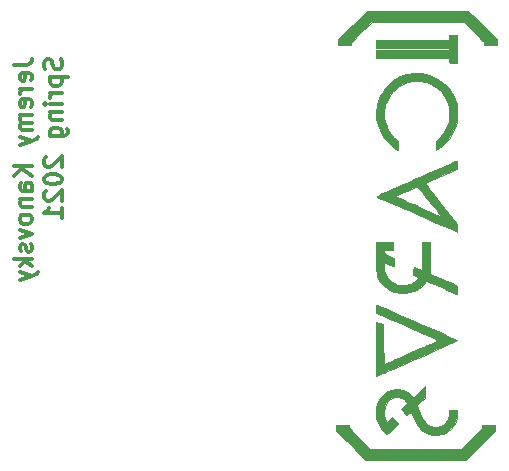
<source format=gbr>
G04 #@! TF.GenerationSoftware,KiCad,Pcbnew,5.1.6-c6e7f7d~87~ubuntu19.10.1*
G04 #@! TF.CreationDate,2021-03-17T15:36:07-04:00*
G04 #@! TF.ProjectId,icarus,69636172-7573-42e6-9b69-6361645f7063,V1.0*
G04 #@! TF.SameCoordinates,Original*
G04 #@! TF.FileFunction,Legend,Bot*
G04 #@! TF.FilePolarity,Positive*
%FSLAX46Y46*%
G04 Gerber Fmt 4.6, Leading zero omitted, Abs format (unit mm)*
G04 Created by KiCad (PCBNEW 5.1.6-c6e7f7d~87~ubuntu19.10.1) date 2021-03-17 15:36:07*
%MOMM*%
%LPD*%
G01*
G04 APERTURE LIST*
%ADD10C,0.300000*%
%ADD11C,0.010000*%
G04 APERTURE END LIST*
D10*
X113913571Y-87450714D02*
X114985000Y-87450714D01*
X115199285Y-87379285D01*
X115342142Y-87236428D01*
X115413571Y-87022142D01*
X115413571Y-86879285D01*
X115342142Y-88736428D02*
X115413571Y-88593571D01*
X115413571Y-88307857D01*
X115342142Y-88165000D01*
X115199285Y-88093571D01*
X114627857Y-88093571D01*
X114485000Y-88165000D01*
X114413571Y-88307857D01*
X114413571Y-88593571D01*
X114485000Y-88736428D01*
X114627857Y-88807857D01*
X114770714Y-88807857D01*
X114913571Y-88093571D01*
X115413571Y-89450714D02*
X114413571Y-89450714D01*
X114699285Y-89450714D02*
X114556428Y-89522142D01*
X114485000Y-89593571D01*
X114413571Y-89736428D01*
X114413571Y-89879285D01*
X115342142Y-90950714D02*
X115413571Y-90807857D01*
X115413571Y-90522142D01*
X115342142Y-90379285D01*
X115199285Y-90307857D01*
X114627857Y-90307857D01*
X114485000Y-90379285D01*
X114413571Y-90522142D01*
X114413571Y-90807857D01*
X114485000Y-90950714D01*
X114627857Y-91022142D01*
X114770714Y-91022142D01*
X114913571Y-90307857D01*
X115413571Y-91665000D02*
X114413571Y-91665000D01*
X114556428Y-91665000D02*
X114485000Y-91736428D01*
X114413571Y-91879285D01*
X114413571Y-92093571D01*
X114485000Y-92236428D01*
X114627857Y-92307857D01*
X115413571Y-92307857D01*
X114627857Y-92307857D02*
X114485000Y-92379285D01*
X114413571Y-92522142D01*
X114413571Y-92736428D01*
X114485000Y-92879285D01*
X114627857Y-92950714D01*
X115413571Y-92950714D01*
X114413571Y-93522142D02*
X115413571Y-93879285D01*
X114413571Y-94236428D02*
X115413571Y-93879285D01*
X115770714Y-93736428D01*
X115842142Y-93665000D01*
X115913571Y-93522142D01*
X115413571Y-95950714D02*
X113913571Y-95950714D01*
X115413571Y-96807857D02*
X114556428Y-96165000D01*
X113913571Y-96807857D02*
X114770714Y-95950714D01*
X115413571Y-98093571D02*
X114627857Y-98093571D01*
X114485000Y-98022142D01*
X114413571Y-97879285D01*
X114413571Y-97593571D01*
X114485000Y-97450714D01*
X115342142Y-98093571D02*
X115413571Y-97950714D01*
X115413571Y-97593571D01*
X115342142Y-97450714D01*
X115199285Y-97379285D01*
X115056428Y-97379285D01*
X114913571Y-97450714D01*
X114842142Y-97593571D01*
X114842142Y-97950714D01*
X114770714Y-98093571D01*
X114413571Y-98807857D02*
X115413571Y-98807857D01*
X114556428Y-98807857D02*
X114485000Y-98879285D01*
X114413571Y-99022142D01*
X114413571Y-99236428D01*
X114485000Y-99379285D01*
X114627857Y-99450714D01*
X115413571Y-99450714D01*
X115413571Y-100379285D02*
X115342142Y-100236428D01*
X115270714Y-100165000D01*
X115127857Y-100093571D01*
X114699285Y-100093571D01*
X114556428Y-100165000D01*
X114485000Y-100236428D01*
X114413571Y-100379285D01*
X114413571Y-100593571D01*
X114485000Y-100736428D01*
X114556428Y-100807857D01*
X114699285Y-100879285D01*
X115127857Y-100879285D01*
X115270714Y-100807857D01*
X115342142Y-100736428D01*
X115413571Y-100593571D01*
X115413571Y-100379285D01*
X114413571Y-101379285D02*
X115413571Y-101736428D01*
X114413571Y-102093571D01*
X115342142Y-102593571D02*
X115413571Y-102736428D01*
X115413571Y-103022142D01*
X115342142Y-103165000D01*
X115199285Y-103236428D01*
X115127857Y-103236428D01*
X114985000Y-103165000D01*
X114913571Y-103022142D01*
X114913571Y-102807857D01*
X114842142Y-102665000D01*
X114699285Y-102593571D01*
X114627857Y-102593571D01*
X114485000Y-102665000D01*
X114413571Y-102807857D01*
X114413571Y-103022142D01*
X114485000Y-103165000D01*
X115413571Y-103879285D02*
X113913571Y-103879285D01*
X114842142Y-104022142D02*
X115413571Y-104450714D01*
X114413571Y-104450714D02*
X114985000Y-103879285D01*
X114413571Y-104950714D02*
X115413571Y-105307857D01*
X114413571Y-105665000D02*
X115413571Y-105307857D01*
X115770714Y-105165000D01*
X115842142Y-105093571D01*
X115913571Y-104950714D01*
X117892142Y-86950714D02*
X117963571Y-87165000D01*
X117963571Y-87522142D01*
X117892142Y-87665000D01*
X117820714Y-87736428D01*
X117677857Y-87807857D01*
X117535000Y-87807857D01*
X117392142Y-87736428D01*
X117320714Y-87665000D01*
X117249285Y-87522142D01*
X117177857Y-87236428D01*
X117106428Y-87093571D01*
X117035000Y-87022142D01*
X116892142Y-86950714D01*
X116749285Y-86950714D01*
X116606428Y-87022142D01*
X116535000Y-87093571D01*
X116463571Y-87236428D01*
X116463571Y-87593571D01*
X116535000Y-87807857D01*
X116963571Y-88450714D02*
X118463571Y-88450714D01*
X117035000Y-88450714D02*
X116963571Y-88593571D01*
X116963571Y-88879285D01*
X117035000Y-89022142D01*
X117106428Y-89093571D01*
X117249285Y-89165000D01*
X117677857Y-89165000D01*
X117820714Y-89093571D01*
X117892142Y-89022142D01*
X117963571Y-88879285D01*
X117963571Y-88593571D01*
X117892142Y-88450714D01*
X117963571Y-89807857D02*
X116963571Y-89807857D01*
X117249285Y-89807857D02*
X117106428Y-89879285D01*
X117035000Y-89950714D01*
X116963571Y-90093571D01*
X116963571Y-90236428D01*
X117963571Y-90736428D02*
X116963571Y-90736428D01*
X116463571Y-90736428D02*
X116535000Y-90665000D01*
X116606428Y-90736428D01*
X116535000Y-90807857D01*
X116463571Y-90736428D01*
X116606428Y-90736428D01*
X116963571Y-91450714D02*
X117963571Y-91450714D01*
X117106428Y-91450714D02*
X117035000Y-91522142D01*
X116963571Y-91665000D01*
X116963571Y-91879285D01*
X117035000Y-92022142D01*
X117177857Y-92093571D01*
X117963571Y-92093571D01*
X116963571Y-93450714D02*
X118177857Y-93450714D01*
X118320714Y-93379285D01*
X118392142Y-93307857D01*
X118463571Y-93165000D01*
X118463571Y-92950714D01*
X118392142Y-92807857D01*
X117892142Y-93450714D02*
X117963571Y-93307857D01*
X117963571Y-93022142D01*
X117892142Y-92879285D01*
X117820714Y-92807857D01*
X117677857Y-92736428D01*
X117249285Y-92736428D01*
X117106428Y-92807857D01*
X117035000Y-92879285D01*
X116963571Y-93022142D01*
X116963571Y-93307857D01*
X117035000Y-93450714D01*
X116606428Y-95236428D02*
X116535000Y-95307857D01*
X116463571Y-95450714D01*
X116463571Y-95807857D01*
X116535000Y-95950714D01*
X116606428Y-96022142D01*
X116749285Y-96093571D01*
X116892142Y-96093571D01*
X117106428Y-96022142D01*
X117963571Y-95165000D01*
X117963571Y-96093571D01*
X116463571Y-97022142D02*
X116463571Y-97165000D01*
X116535000Y-97307857D01*
X116606428Y-97379285D01*
X116749285Y-97450714D01*
X117035000Y-97522142D01*
X117392142Y-97522142D01*
X117677857Y-97450714D01*
X117820714Y-97379285D01*
X117892142Y-97307857D01*
X117963571Y-97165000D01*
X117963571Y-97022142D01*
X117892142Y-96879285D01*
X117820714Y-96807857D01*
X117677857Y-96736428D01*
X117392142Y-96665000D01*
X117035000Y-96665000D01*
X116749285Y-96736428D01*
X116606428Y-96807857D01*
X116535000Y-96879285D01*
X116463571Y-97022142D01*
X116606428Y-98093571D02*
X116535000Y-98165000D01*
X116463571Y-98307857D01*
X116463571Y-98665000D01*
X116535000Y-98807857D01*
X116606428Y-98879285D01*
X116749285Y-98950714D01*
X116892142Y-98950714D01*
X117106428Y-98879285D01*
X117963571Y-98022142D01*
X117963571Y-98950714D01*
X117963571Y-100379285D02*
X117963571Y-99522142D01*
X117963571Y-99950714D02*
X116463571Y-99950714D01*
X116677857Y-99807857D01*
X116820714Y-99665000D01*
X116892142Y-99522142D01*
D11*
G04 #@! TO.C,G\u002A\u002A\u002A*
G36*
X144593526Y-117204088D02*
G01*
X144673933Y-117546004D01*
X144802287Y-117863167D01*
X144879369Y-118002551D01*
X144983759Y-118160850D01*
X145102846Y-118322364D01*
X145224017Y-118471393D01*
X145334661Y-118592235D01*
X145422166Y-118669192D01*
X145465410Y-118688667D01*
X145508782Y-118661506D01*
X145599163Y-118588185D01*
X145723205Y-118480950D01*
X145867558Y-118352047D01*
X146018873Y-118213719D01*
X146163798Y-118078213D01*
X146288986Y-117957773D01*
X146381085Y-117864645D01*
X146426747Y-117811073D01*
X146429388Y-117804452D01*
X146401919Y-117763133D01*
X146330658Y-117676338D01*
X146229394Y-117560664D01*
X146197356Y-117525156D01*
X145967267Y-117271812D01*
X145737768Y-117498460D01*
X145622849Y-117602991D01*
X145527025Y-117673909D01*
X145468043Y-117698438D01*
X145462367Y-117696739D01*
X145428333Y-117644663D01*
X145381389Y-117533835D01*
X145331099Y-117387134D01*
X145326003Y-117370546D01*
X145257457Y-117032161D01*
X145253510Y-116697785D01*
X145311040Y-116382254D01*
X145426923Y-116100406D01*
X145598038Y-115867078D01*
X145653640Y-115814026D01*
X145887226Y-115659567D01*
X146144946Y-115576040D01*
X146411162Y-115562018D01*
X146670237Y-115616075D01*
X146906533Y-115736784D01*
X147104414Y-115922719D01*
X147123953Y-115948155D01*
X147210718Y-116065144D01*
X146962637Y-116315840D01*
X146714556Y-116566537D01*
X146937827Y-116824262D01*
X147052255Y-116954626D01*
X147131547Y-117025284D01*
X147198154Y-117038592D01*
X147274525Y-116996909D01*
X147383113Y-116902593D01*
X147414332Y-116874312D01*
X147491227Y-116809276D01*
X147529881Y-116799047D01*
X147553216Y-116839887D01*
X147557099Y-116851028D01*
X147748600Y-117334058D01*
X147970650Y-117754871D01*
X148218857Y-118105942D01*
X148407579Y-118307825D01*
X148705252Y-118531430D01*
X149038787Y-118683035D01*
X149397478Y-118761350D01*
X149770620Y-118765085D01*
X150147508Y-118692952D01*
X150488322Y-118558487D01*
X150706664Y-118419854D01*
X150924849Y-118230812D01*
X151116182Y-118017549D01*
X151252838Y-117808477D01*
X151345339Y-117577320D01*
X151417394Y-117300819D01*
X151460273Y-117017485D01*
X151468374Y-116857750D01*
X151469000Y-116614334D01*
X150791666Y-116614334D01*
X150791666Y-116833806D01*
X150759883Y-117148695D01*
X150669570Y-117440010D01*
X150528285Y-117685327D01*
X150488226Y-117734193D01*
X150279390Y-117911047D01*
X150028011Y-118028526D01*
X149751678Y-118086274D01*
X149467979Y-118083940D01*
X149194502Y-118021169D01*
X148948835Y-117897608D01*
X148796571Y-117768189D01*
X148690169Y-117645755D01*
X148596244Y-117512524D01*
X148506321Y-117352732D01*
X148411929Y-117150615D01*
X148304597Y-116890407D01*
X148250697Y-116752438D01*
X148050666Y-116234376D01*
X148384000Y-115915912D01*
X148717333Y-115597447D01*
X148717333Y-114604824D01*
X148219916Y-115098677D01*
X147722500Y-115592530D01*
X147504979Y-115367910D01*
X147349711Y-115228516D01*
X147170946Y-115098522D01*
X147039312Y-115022347D01*
X146916993Y-114966661D01*
X146809011Y-114931126D01*
X146689850Y-114911258D01*
X146533993Y-114902572D01*
X146346666Y-114900619D01*
X146139590Y-114902222D01*
X145990903Y-114911088D01*
X145874366Y-114932004D01*
X145763737Y-114969757D01*
X145632775Y-115029134D01*
X145627000Y-115031903D01*
X145313906Y-115227777D01*
X145047071Y-115487390D01*
X144832955Y-115799753D01*
X144678013Y-116153876D01*
X144588706Y-116538770D01*
X144568666Y-116832811D01*
X144593526Y-117204088D01*
G37*
X144593526Y-117204088D02*
X144673933Y-117546004D01*
X144802287Y-117863167D01*
X144879369Y-118002551D01*
X144983759Y-118160850D01*
X145102846Y-118322364D01*
X145224017Y-118471393D01*
X145334661Y-118592235D01*
X145422166Y-118669192D01*
X145465410Y-118688667D01*
X145508782Y-118661506D01*
X145599163Y-118588185D01*
X145723205Y-118480950D01*
X145867558Y-118352047D01*
X146018873Y-118213719D01*
X146163798Y-118078213D01*
X146288986Y-117957773D01*
X146381085Y-117864645D01*
X146426747Y-117811073D01*
X146429388Y-117804452D01*
X146401919Y-117763133D01*
X146330658Y-117676338D01*
X146229394Y-117560664D01*
X146197356Y-117525156D01*
X145967267Y-117271812D01*
X145737768Y-117498460D01*
X145622849Y-117602991D01*
X145527025Y-117673909D01*
X145468043Y-117698438D01*
X145462367Y-117696739D01*
X145428333Y-117644663D01*
X145381389Y-117533835D01*
X145331099Y-117387134D01*
X145326003Y-117370546D01*
X145257457Y-117032161D01*
X145253510Y-116697785D01*
X145311040Y-116382254D01*
X145426923Y-116100406D01*
X145598038Y-115867078D01*
X145653640Y-115814026D01*
X145887226Y-115659567D01*
X146144946Y-115576040D01*
X146411162Y-115562018D01*
X146670237Y-115616075D01*
X146906533Y-115736784D01*
X147104414Y-115922719D01*
X147123953Y-115948155D01*
X147210718Y-116065144D01*
X146962637Y-116315840D01*
X146714556Y-116566537D01*
X146937827Y-116824262D01*
X147052255Y-116954626D01*
X147131547Y-117025284D01*
X147198154Y-117038592D01*
X147274525Y-116996909D01*
X147383113Y-116902593D01*
X147414332Y-116874312D01*
X147491227Y-116809276D01*
X147529881Y-116799047D01*
X147553216Y-116839887D01*
X147557099Y-116851028D01*
X147748600Y-117334058D01*
X147970650Y-117754871D01*
X148218857Y-118105942D01*
X148407579Y-118307825D01*
X148705252Y-118531430D01*
X149038787Y-118683035D01*
X149397478Y-118761350D01*
X149770620Y-118765085D01*
X150147508Y-118692952D01*
X150488322Y-118558487D01*
X150706664Y-118419854D01*
X150924849Y-118230812D01*
X151116182Y-118017549D01*
X151252838Y-117808477D01*
X151345339Y-117577320D01*
X151417394Y-117300819D01*
X151460273Y-117017485D01*
X151468374Y-116857750D01*
X151469000Y-116614334D01*
X150791666Y-116614334D01*
X150791666Y-116833806D01*
X150759883Y-117148695D01*
X150669570Y-117440010D01*
X150528285Y-117685327D01*
X150488226Y-117734193D01*
X150279390Y-117911047D01*
X150028011Y-118028526D01*
X149751678Y-118086274D01*
X149467979Y-118083940D01*
X149194502Y-118021169D01*
X148948835Y-117897608D01*
X148796571Y-117768189D01*
X148690169Y-117645755D01*
X148596244Y-117512524D01*
X148506321Y-117352732D01*
X148411929Y-117150615D01*
X148304597Y-116890407D01*
X148250697Y-116752438D01*
X148050666Y-116234376D01*
X148384000Y-115915912D01*
X148717333Y-115597447D01*
X148717333Y-114604824D01*
X148219916Y-115098677D01*
X147722500Y-115592530D01*
X147504979Y-115367910D01*
X147349711Y-115228516D01*
X147170946Y-115098522D01*
X147039312Y-115022347D01*
X146916993Y-114966661D01*
X146809011Y-114931126D01*
X146689850Y-114911258D01*
X146533993Y-114902572D01*
X146346666Y-114900619D01*
X146139590Y-114902222D01*
X145990903Y-114911088D01*
X145874366Y-114932004D01*
X145763737Y-114969757D01*
X145632775Y-115029134D01*
X145627000Y-115031903D01*
X145313906Y-115227777D01*
X145047071Y-115487390D01*
X144832955Y-115799753D01*
X144678013Y-116153876D01*
X144588706Y-116538770D01*
X144568666Y-116832811D01*
X144593526Y-117204088D01*
G36*
X145087250Y-113544083D02*
G01*
X145211093Y-113489713D01*
X145405012Y-113404581D01*
X145661557Y-113291955D01*
X145973278Y-113155108D01*
X146332725Y-112997308D01*
X146732449Y-112821826D01*
X147165000Y-112631934D01*
X147622929Y-112430900D01*
X148098786Y-112221997D01*
X148542282Y-112027300D01*
X149105070Y-111779892D01*
X149594404Y-111563971D01*
X150014594Y-111377529D01*
X150369947Y-111218563D01*
X150664770Y-111085065D01*
X150903371Y-110975032D01*
X151090059Y-110886455D01*
X151229141Y-110817331D01*
X151324925Y-110765653D01*
X151381718Y-110729416D01*
X151403829Y-110706614D01*
X151399782Y-110696871D01*
X151344622Y-110671283D01*
X151220002Y-110615509D01*
X151032721Y-110532516D01*
X150789573Y-110425273D01*
X150497358Y-110296747D01*
X150162870Y-110149904D01*
X149792909Y-109987714D01*
X149394269Y-109813142D01*
X148973749Y-109629156D01*
X148538145Y-109438725D01*
X148094255Y-109244815D01*
X147648874Y-109050393D01*
X147208801Y-108858428D01*
X146780832Y-108671887D01*
X146371763Y-108493737D01*
X145988393Y-108326946D01*
X145637518Y-108174480D01*
X145325934Y-108039309D01*
X145060440Y-107924398D01*
X144847831Y-107832716D01*
X144694905Y-107767230D01*
X144608459Y-107730907D01*
X144591199Y-107724334D01*
X144580625Y-107763300D01*
X144575283Y-107866969D01*
X144575962Y-108015491D01*
X144577537Y-108068080D01*
X144589833Y-108411827D01*
X145394166Y-108769653D01*
X145610917Y-108865871D01*
X145891828Y-108990247D01*
X146223542Y-109136884D01*
X146592703Y-109299886D01*
X146985954Y-109473355D01*
X147389938Y-109651396D01*
X147791299Y-109828112D01*
X147934166Y-109890970D01*
X148369252Y-110082305D01*
X148732996Y-110242328D01*
X149031484Y-110373978D01*
X149270804Y-110480195D01*
X149457043Y-110563918D01*
X149596286Y-110628087D01*
X149694621Y-110675641D01*
X149758136Y-110709519D01*
X149792916Y-110732662D01*
X149805048Y-110748009D01*
X149800620Y-110758498D01*
X149785718Y-110767071D01*
X149767240Y-110776207D01*
X149720822Y-110797562D01*
X149605260Y-110849054D01*
X149429020Y-110926979D01*
X149200566Y-111027633D01*
X148928364Y-111147311D01*
X148620878Y-111282308D01*
X148286575Y-111428920D01*
X147933919Y-111583442D01*
X147571376Y-111742170D01*
X147207410Y-111901399D01*
X146850487Y-112057424D01*
X146509072Y-112206541D01*
X146191629Y-112345046D01*
X145906625Y-112469232D01*
X145662524Y-112575397D01*
X145467792Y-112659836D01*
X145330894Y-112718843D01*
X145260294Y-112748714D01*
X145256583Y-112750203D01*
X145242869Y-112739266D01*
X145231588Y-112690403D01*
X145222538Y-112597265D01*
X145215519Y-112453504D01*
X145210329Y-112252773D01*
X145206768Y-111988722D01*
X145204635Y-111655003D01*
X145203730Y-111245269D01*
X145203666Y-111077021D01*
X145203666Y-109382984D01*
X144568666Y-109169484D01*
X144568666Y-113771751D01*
X145087250Y-113544083D01*
G37*
X145087250Y-113544083D02*
X145211093Y-113489713D01*
X145405012Y-113404581D01*
X145661557Y-113291955D01*
X145973278Y-113155108D01*
X146332725Y-112997308D01*
X146732449Y-112821826D01*
X147165000Y-112631934D01*
X147622929Y-112430900D01*
X148098786Y-112221997D01*
X148542282Y-112027300D01*
X149105070Y-111779892D01*
X149594404Y-111563971D01*
X150014594Y-111377529D01*
X150369947Y-111218563D01*
X150664770Y-111085065D01*
X150903371Y-110975032D01*
X151090059Y-110886455D01*
X151229141Y-110817331D01*
X151324925Y-110765653D01*
X151381718Y-110729416D01*
X151403829Y-110706614D01*
X151399782Y-110696871D01*
X151344622Y-110671283D01*
X151220002Y-110615509D01*
X151032721Y-110532516D01*
X150789573Y-110425273D01*
X150497358Y-110296747D01*
X150162870Y-110149904D01*
X149792909Y-109987714D01*
X149394269Y-109813142D01*
X148973749Y-109629156D01*
X148538145Y-109438725D01*
X148094255Y-109244815D01*
X147648874Y-109050393D01*
X147208801Y-108858428D01*
X146780832Y-108671887D01*
X146371763Y-108493737D01*
X145988393Y-108326946D01*
X145637518Y-108174480D01*
X145325934Y-108039309D01*
X145060440Y-107924398D01*
X144847831Y-107832716D01*
X144694905Y-107767230D01*
X144608459Y-107730907D01*
X144591199Y-107724334D01*
X144580625Y-107763300D01*
X144575283Y-107866969D01*
X144575962Y-108015491D01*
X144577537Y-108068080D01*
X144589833Y-108411827D01*
X145394166Y-108769653D01*
X145610917Y-108865871D01*
X145891828Y-108990247D01*
X146223542Y-109136884D01*
X146592703Y-109299886D01*
X146985954Y-109473355D01*
X147389938Y-109651396D01*
X147791299Y-109828112D01*
X147934166Y-109890970D01*
X148369252Y-110082305D01*
X148732996Y-110242328D01*
X149031484Y-110373978D01*
X149270804Y-110480195D01*
X149457043Y-110563918D01*
X149596286Y-110628087D01*
X149694621Y-110675641D01*
X149758136Y-110709519D01*
X149792916Y-110732662D01*
X149805048Y-110748009D01*
X149800620Y-110758498D01*
X149785718Y-110767071D01*
X149767240Y-110776207D01*
X149720822Y-110797562D01*
X149605260Y-110849054D01*
X149429020Y-110926979D01*
X149200566Y-111027633D01*
X148928364Y-111147311D01*
X148620878Y-111282308D01*
X148286575Y-111428920D01*
X147933919Y-111583442D01*
X147571376Y-111742170D01*
X147207410Y-111901399D01*
X146850487Y-112057424D01*
X146509072Y-112206541D01*
X146191629Y-112345046D01*
X145906625Y-112469232D01*
X145662524Y-112575397D01*
X145467792Y-112659836D01*
X145330894Y-112718843D01*
X145260294Y-112748714D01*
X145256583Y-112750203D01*
X145242869Y-112739266D01*
X145231588Y-112690403D01*
X145222538Y-112597265D01*
X145215519Y-112453504D01*
X145210329Y-112252773D01*
X145206768Y-111988722D01*
X145204635Y-111655003D01*
X145203730Y-111245269D01*
X145203666Y-111077021D01*
X145203666Y-109382984D01*
X144568666Y-109169484D01*
X144568666Y-113771751D01*
X145087250Y-113544083D01*
G36*
X144569292Y-103628584D02*
G01*
X144572117Y-104082961D01*
X144581827Y-104463359D01*
X144601056Y-104780356D01*
X144632433Y-105044531D01*
X144678592Y-105266465D01*
X144742163Y-105456737D01*
X144825779Y-105625926D01*
X144932071Y-105784612D01*
X145063670Y-105943374D01*
X145174835Y-106062904D01*
X145482574Y-106326343D01*
X145829539Y-106524737D01*
X146204754Y-106658933D01*
X146597242Y-106729774D01*
X146996026Y-106738107D01*
X147390129Y-106684776D01*
X147768574Y-106570626D01*
X148120385Y-106396503D01*
X148434585Y-106163252D01*
X148700196Y-105871718D01*
X148759666Y-105786894D01*
X148823166Y-105690954D01*
X150127101Y-106263144D01*
X150437220Y-106398990D01*
X150722078Y-106523313D01*
X150972560Y-106632170D01*
X151179551Y-106721616D01*
X151333933Y-106787711D01*
X151426593Y-106826511D01*
X151450018Y-106835334D01*
X151458585Y-106796238D01*
X151465141Y-106691890D01*
X151468667Y-106541700D01*
X151469000Y-106474431D01*
X151469000Y-106113529D01*
X151162083Y-105975320D01*
X151029965Y-105916477D01*
X150836986Y-105831395D01*
X150599991Y-105727459D01*
X150335825Y-105612051D01*
X150061332Y-105492554D01*
X149987333Y-105460416D01*
X149119500Y-105083722D01*
X149134126Y-103758194D01*
X149148753Y-102432667D01*
X148463333Y-102432667D01*
X148463333Y-103596834D01*
X148462042Y-103900879D01*
X148458400Y-104175303D01*
X148452751Y-104409298D01*
X148445438Y-104592056D01*
X148436806Y-104712771D01*
X148427199Y-104760635D01*
X148426267Y-104761000D01*
X148370043Y-104745064D01*
X148262868Y-104703832D01*
X148161684Y-104660900D01*
X147975828Y-104579077D01*
X147855037Y-104534219D01*
X147785369Y-104532859D01*
X147752879Y-104581528D01*
X147743626Y-104686759D01*
X147743666Y-104855085D01*
X147743666Y-105212194D01*
X147955333Y-105311334D01*
X148071712Y-105371012D01*
X148148592Y-105420346D01*
X148167000Y-105441647D01*
X148133532Y-105500004D01*
X148045283Y-105587316D01*
X147920480Y-105689668D01*
X147777351Y-105793145D01*
X147634125Y-105883830D01*
X147509030Y-105947808D01*
X147498202Y-105952208D01*
X147351271Y-106001532D01*
X147198162Y-106031458D01*
X147010312Y-106046176D01*
X146833500Y-106049734D01*
X146630639Y-106048627D01*
X146484634Y-106039134D01*
X146367736Y-106016142D01*
X146252197Y-105974539D01*
X146135000Y-105921043D01*
X145824317Y-105732275D01*
X145573661Y-105493555D01*
X145391825Y-105213399D01*
X145381187Y-105190911D01*
X145323372Y-105047368D01*
X145286261Y-104901001D01*
X145264132Y-104722588D01*
X145253414Y-104538133D01*
X145236103Y-104124767D01*
X145431551Y-104210050D01*
X145598810Y-104283036D01*
X145775750Y-104360249D01*
X145821009Y-104380000D01*
X145940767Y-104429102D01*
X146029233Y-104459656D01*
X146053842Y-104464667D01*
X146071500Y-104425608D01*
X146084957Y-104321479D01*
X146092071Y-104171851D01*
X146092666Y-104109975D01*
X146092666Y-103755282D01*
X145670285Y-103570225D01*
X145484736Y-103487788D01*
X145363377Y-103428243D01*
X145292552Y-103381181D01*
X145258607Y-103336197D01*
X145247887Y-103282882D01*
X145246952Y-103247584D01*
X145246000Y-103110000D01*
X146050333Y-103110000D01*
X146050333Y-102432667D01*
X144568666Y-102432667D01*
X144569292Y-103628584D01*
G37*
X144569292Y-103628584D02*
X144572117Y-104082961D01*
X144581827Y-104463359D01*
X144601056Y-104780356D01*
X144632433Y-105044531D01*
X144678592Y-105266465D01*
X144742163Y-105456737D01*
X144825779Y-105625926D01*
X144932071Y-105784612D01*
X145063670Y-105943374D01*
X145174835Y-106062904D01*
X145482574Y-106326343D01*
X145829539Y-106524737D01*
X146204754Y-106658933D01*
X146597242Y-106729774D01*
X146996026Y-106738107D01*
X147390129Y-106684776D01*
X147768574Y-106570626D01*
X148120385Y-106396503D01*
X148434585Y-106163252D01*
X148700196Y-105871718D01*
X148759666Y-105786894D01*
X148823166Y-105690954D01*
X150127101Y-106263144D01*
X150437220Y-106398990D01*
X150722078Y-106523313D01*
X150972560Y-106632170D01*
X151179551Y-106721616D01*
X151333933Y-106787711D01*
X151426593Y-106826511D01*
X151450018Y-106835334D01*
X151458585Y-106796238D01*
X151465141Y-106691890D01*
X151468667Y-106541700D01*
X151469000Y-106474431D01*
X151469000Y-106113529D01*
X151162083Y-105975320D01*
X151029965Y-105916477D01*
X150836986Y-105831395D01*
X150599991Y-105727459D01*
X150335825Y-105612051D01*
X150061332Y-105492554D01*
X149987333Y-105460416D01*
X149119500Y-105083722D01*
X149134126Y-103758194D01*
X149148753Y-102432667D01*
X148463333Y-102432667D01*
X148463333Y-103596834D01*
X148462042Y-103900879D01*
X148458400Y-104175303D01*
X148452751Y-104409298D01*
X148445438Y-104592056D01*
X148436806Y-104712771D01*
X148427199Y-104760635D01*
X148426267Y-104761000D01*
X148370043Y-104745064D01*
X148262868Y-104703832D01*
X148161684Y-104660900D01*
X147975828Y-104579077D01*
X147855037Y-104534219D01*
X147785369Y-104532859D01*
X147752879Y-104581528D01*
X147743626Y-104686759D01*
X147743666Y-104855085D01*
X147743666Y-105212194D01*
X147955333Y-105311334D01*
X148071712Y-105371012D01*
X148148592Y-105420346D01*
X148167000Y-105441647D01*
X148133532Y-105500004D01*
X148045283Y-105587316D01*
X147920480Y-105689668D01*
X147777351Y-105793145D01*
X147634125Y-105883830D01*
X147509030Y-105947808D01*
X147498202Y-105952208D01*
X147351271Y-106001532D01*
X147198162Y-106031458D01*
X147010312Y-106046176D01*
X146833500Y-106049734D01*
X146630639Y-106048627D01*
X146484634Y-106039134D01*
X146367736Y-106016142D01*
X146252197Y-105974539D01*
X146135000Y-105921043D01*
X145824317Y-105732275D01*
X145573661Y-105493555D01*
X145391825Y-105213399D01*
X145381187Y-105190911D01*
X145323372Y-105047368D01*
X145286261Y-104901001D01*
X145264132Y-104722588D01*
X145253414Y-104538133D01*
X145236103Y-104124767D01*
X145431551Y-104210050D01*
X145598810Y-104283036D01*
X145775750Y-104360249D01*
X145821009Y-104380000D01*
X145940767Y-104429102D01*
X146029233Y-104459656D01*
X146053842Y-104464667D01*
X146071500Y-104425608D01*
X146084957Y-104321479D01*
X146092071Y-104171851D01*
X146092666Y-104109975D01*
X146092666Y-103755282D01*
X145670285Y-103570225D01*
X145484736Y-103487788D01*
X145363377Y-103428243D01*
X145292552Y-103381181D01*
X145258607Y-103336197D01*
X145247887Y-103282882D01*
X145246952Y-103247584D01*
X145246000Y-103110000D01*
X146050333Y-103110000D01*
X146050333Y-102432667D01*
X144568666Y-102432667D01*
X144569292Y-103628584D01*
G36*
X144637550Y-98571059D02*
G01*
X144693488Y-98597092D01*
X144818815Y-98653296D01*
X145006730Y-98736700D01*
X145250433Y-98844331D01*
X145543124Y-98973219D01*
X145878003Y-99120392D01*
X146248270Y-99282880D01*
X146647124Y-99457712D01*
X147067766Y-99641915D01*
X147503395Y-99832520D01*
X147947211Y-100026554D01*
X148392415Y-100221047D01*
X148832205Y-100413027D01*
X149259783Y-100599524D01*
X149668347Y-100777566D01*
X150051098Y-100944182D01*
X150401235Y-101096400D01*
X150711959Y-101231250D01*
X150976469Y-101345761D01*
X151187965Y-101436961D01*
X151339647Y-101501879D01*
X151424715Y-101537545D01*
X151440974Y-101543667D01*
X151454394Y-101504797D01*
X151464310Y-101402006D01*
X151468885Y-101256023D01*
X151469000Y-101227396D01*
X151469000Y-100911126D01*
X150093382Y-99184813D01*
X149829329Y-98853037D01*
X149581945Y-98541414D01*
X149356130Y-98256175D01*
X149156786Y-98003547D01*
X148988813Y-97789759D01*
X148857113Y-97621041D01*
X148766587Y-97503621D01*
X148722137Y-97443727D01*
X148718346Y-97437334D01*
X148755865Y-97416089D01*
X148862290Y-97365147D01*
X149028841Y-97288475D01*
X149246741Y-97190043D01*
X149507209Y-97073820D01*
X149801467Y-96943774D01*
X150083381Y-96820184D01*
X151447833Y-96224202D01*
X151460128Y-95878268D01*
X151462011Y-95719278D01*
X151456261Y-95598885D01*
X151444088Y-95536851D01*
X151438962Y-95532552D01*
X151396063Y-95549185D01*
X151281224Y-95597398D01*
X151100038Y-95674767D01*
X150858102Y-95778867D01*
X150561010Y-95907271D01*
X150214359Y-96057555D01*
X149823743Y-96227292D01*
X149394759Y-96414058D01*
X148933001Y-96615426D01*
X148444065Y-96828972D01*
X148031714Y-97009320D01*
X148031714Y-97763690D01*
X148077748Y-97763726D01*
X148113192Y-97801454D01*
X148193996Y-97895777D01*
X148312996Y-98037889D01*
X148463028Y-98218985D01*
X148636930Y-98430262D01*
X148827537Y-98662914D01*
X149027685Y-98908136D01*
X149230212Y-99157124D01*
X149427953Y-99401073D01*
X149613745Y-99631178D01*
X149780424Y-99838635D01*
X149920827Y-100014638D01*
X150027789Y-100150383D01*
X150094148Y-100237065D01*
X150113277Y-100265582D01*
X150086736Y-100264727D01*
X150082583Y-100262755D01*
X150038671Y-100243033D01*
X149924810Y-100192525D01*
X149748542Y-100114561D01*
X149517408Y-100012469D01*
X149238949Y-99889578D01*
X148920705Y-99749218D01*
X148570217Y-99594718D01*
X148195028Y-99429406D01*
X148135250Y-99403074D01*
X147758060Y-99236513D01*
X147405490Y-99080016D01*
X147084928Y-98936919D01*
X146803758Y-98810557D01*
X146569367Y-98704267D01*
X146389143Y-98621384D01*
X146270469Y-98565243D01*
X146220734Y-98539181D01*
X146219666Y-98537997D01*
X146256703Y-98515698D01*
X146360611Y-98464707D01*
X146520586Y-98390022D01*
X146725824Y-98296643D01*
X146965523Y-98189568D01*
X147119250Y-98121767D01*
X147457411Y-97975926D01*
X147721360Y-97867950D01*
X147912369Y-97797363D01*
X148031714Y-97763690D01*
X148031714Y-97009320D01*
X147981884Y-97031114D01*
X147371305Y-97298622D01*
X146834457Y-97534500D01*
X146367308Y-97740607D01*
X145965824Y-97918798D01*
X145625972Y-98070930D01*
X145343721Y-98198861D01*
X145115038Y-98304447D01*
X144935890Y-98389545D01*
X144802244Y-98456012D01*
X144710068Y-98505705D01*
X144655329Y-98540480D01*
X144633995Y-98562195D01*
X144637550Y-98571059D01*
G37*
X144637550Y-98571059D02*
X144693488Y-98597092D01*
X144818815Y-98653296D01*
X145006730Y-98736700D01*
X145250433Y-98844331D01*
X145543124Y-98973219D01*
X145878003Y-99120392D01*
X146248270Y-99282880D01*
X146647124Y-99457712D01*
X147067766Y-99641915D01*
X147503395Y-99832520D01*
X147947211Y-100026554D01*
X148392415Y-100221047D01*
X148832205Y-100413027D01*
X149259783Y-100599524D01*
X149668347Y-100777566D01*
X150051098Y-100944182D01*
X150401235Y-101096400D01*
X150711959Y-101231250D01*
X150976469Y-101345761D01*
X151187965Y-101436961D01*
X151339647Y-101501879D01*
X151424715Y-101537545D01*
X151440974Y-101543667D01*
X151454394Y-101504797D01*
X151464310Y-101402006D01*
X151468885Y-101256023D01*
X151469000Y-101227396D01*
X151469000Y-100911126D01*
X150093382Y-99184813D01*
X149829329Y-98853037D01*
X149581945Y-98541414D01*
X149356130Y-98256175D01*
X149156786Y-98003547D01*
X148988813Y-97789759D01*
X148857113Y-97621041D01*
X148766587Y-97503621D01*
X148722137Y-97443727D01*
X148718346Y-97437334D01*
X148755865Y-97416089D01*
X148862290Y-97365147D01*
X149028841Y-97288475D01*
X149246741Y-97190043D01*
X149507209Y-97073820D01*
X149801467Y-96943774D01*
X150083381Y-96820184D01*
X151447833Y-96224202D01*
X151460128Y-95878268D01*
X151462011Y-95719278D01*
X151456261Y-95598885D01*
X151444088Y-95536851D01*
X151438962Y-95532552D01*
X151396063Y-95549185D01*
X151281224Y-95597398D01*
X151100038Y-95674767D01*
X150858102Y-95778867D01*
X150561010Y-95907271D01*
X150214359Y-96057555D01*
X149823743Y-96227292D01*
X149394759Y-96414058D01*
X148933001Y-96615426D01*
X148444065Y-96828972D01*
X148031714Y-97009320D01*
X148031714Y-97763690D01*
X148077748Y-97763726D01*
X148113192Y-97801454D01*
X148193996Y-97895777D01*
X148312996Y-98037889D01*
X148463028Y-98218985D01*
X148636930Y-98430262D01*
X148827537Y-98662914D01*
X149027685Y-98908136D01*
X149230212Y-99157124D01*
X149427953Y-99401073D01*
X149613745Y-99631178D01*
X149780424Y-99838635D01*
X149920827Y-100014638D01*
X150027789Y-100150383D01*
X150094148Y-100237065D01*
X150113277Y-100265582D01*
X150086736Y-100264727D01*
X150082583Y-100262755D01*
X150038671Y-100243033D01*
X149924810Y-100192525D01*
X149748542Y-100114561D01*
X149517408Y-100012469D01*
X149238949Y-99889578D01*
X148920705Y-99749218D01*
X148570217Y-99594718D01*
X148195028Y-99429406D01*
X148135250Y-99403074D01*
X147758060Y-99236513D01*
X147405490Y-99080016D01*
X147084928Y-98936919D01*
X146803758Y-98810557D01*
X146569367Y-98704267D01*
X146389143Y-98621384D01*
X146270469Y-98565243D01*
X146220734Y-98539181D01*
X146219666Y-98537997D01*
X146256703Y-98515698D01*
X146360611Y-98464707D01*
X146520586Y-98390022D01*
X146725824Y-98296643D01*
X146965523Y-98189568D01*
X147119250Y-98121767D01*
X147457411Y-97975926D01*
X147721360Y-97867950D01*
X147912369Y-97797363D01*
X148031714Y-97763690D01*
X148031714Y-97009320D01*
X147981884Y-97031114D01*
X147371305Y-97298622D01*
X146834457Y-97534500D01*
X146367308Y-97740607D01*
X145965824Y-97918798D01*
X145625972Y-98070930D01*
X145343721Y-98198861D01*
X145115038Y-98304447D01*
X144935890Y-98389545D01*
X144802244Y-98456012D01*
X144710068Y-98505705D01*
X144655329Y-98540480D01*
X144633995Y-98562195D01*
X144637550Y-98571059D01*
G36*
X144604821Y-92026563D02*
G01*
X144708381Y-92503780D01*
X144871992Y-92962436D01*
X145088297Y-93377835D01*
X145131358Y-93444750D01*
X145280400Y-93642891D01*
X145471612Y-93859130D01*
X145686213Y-94075362D01*
X145905422Y-94273484D01*
X146110457Y-94435390D01*
X146256526Y-94529359D01*
X146473666Y-94648218D01*
X146472064Y-94254192D01*
X146470461Y-93860167D01*
X146280742Y-93712000D01*
X146130246Y-93575779D01*
X145959345Y-93391987D01*
X145789976Y-93186369D01*
X145644081Y-92984669D01*
X145595292Y-92907667D01*
X145538734Y-92796140D01*
X145469613Y-92635188D01*
X145401172Y-92456024D01*
X145388758Y-92420834D01*
X145338537Y-92267236D01*
X145304811Y-92133213D01*
X145284311Y-91994375D01*
X145273766Y-91826332D01*
X145269908Y-91604694D01*
X145269586Y-91531834D01*
X145270668Y-91293647D01*
X145277496Y-91116858D01*
X145293078Y-90978241D01*
X145320419Y-90854570D01*
X145362526Y-90722620D01*
X145381011Y-90671002D01*
X145545622Y-90291230D01*
X145750385Y-89962013D01*
X146015415Y-89651734D01*
X146055215Y-89611269D01*
X146417021Y-89300564D01*
X146815814Y-89060795D01*
X147214500Y-88899372D01*
X147385864Y-88847458D01*
X147538627Y-88814438D01*
X147701963Y-88796409D01*
X147905046Y-88789469D01*
X148040000Y-88788956D01*
X148279220Y-88792806D01*
X148463921Y-88805898D01*
X148624095Y-88832325D01*
X148789730Y-88876181D01*
X148874580Y-88902868D01*
X149306419Y-89086530D01*
X149700809Y-89341099D01*
X150048766Y-89657744D01*
X150341306Y-90027632D01*
X150569445Y-90441933D01*
X150652090Y-90650122D01*
X150700571Y-90796927D01*
X150733484Y-90925656D01*
X150753825Y-91059388D01*
X150764591Y-91221202D01*
X150768777Y-91434177D01*
X150769313Y-91553000D01*
X150767767Y-91802633D01*
X150760155Y-91990815D01*
X150743814Y-92140694D01*
X150716079Y-92275416D01*
X150674284Y-92418128D01*
X150667222Y-92439872D01*
X150526269Y-92770766D01*
X150325517Y-93104580D01*
X150083806Y-93412853D01*
X149900927Y-93597661D01*
X149648666Y-93825943D01*
X149648666Y-94213472D01*
X149651043Y-94382826D01*
X149657415Y-94514637D01*
X149666649Y-94590176D01*
X149672156Y-94601000D01*
X149731018Y-94575569D01*
X149837072Y-94507796D01*
X149973245Y-94410458D01*
X150122463Y-94296336D01*
X150267654Y-94178208D01*
X150391743Y-94068853D01*
X150422857Y-94039125D01*
X150720659Y-93698746D01*
X150985587Y-93300994D01*
X151202657Y-92871251D01*
X151345014Y-92477079D01*
X151399831Y-92221811D01*
X151436827Y-91913087D01*
X151455058Y-91579446D01*
X151453580Y-91249432D01*
X151431449Y-90951585D01*
X151401479Y-90769834D01*
X151298299Y-90427872D01*
X151142889Y-90071197D01*
X150948125Y-89721576D01*
X150726885Y-89400776D01*
X150492045Y-89130565D01*
X150360706Y-89010536D01*
X149946130Y-88708406D01*
X149504669Y-88458684D01*
X149056495Y-88271755D01*
X148759666Y-88186154D01*
X148447877Y-88135743D01*
X148092566Y-88114044D01*
X147726205Y-88120707D01*
X147381264Y-88155383D01*
X147140459Y-88203606D01*
X146643752Y-88377135D01*
X146184807Y-88625212D01*
X145768071Y-88944548D01*
X145397992Y-89331853D01*
X145143801Y-89680225D01*
X144929280Y-90069572D01*
X144757809Y-90498895D01*
X144637209Y-90942695D01*
X144575299Y-91375478D01*
X144568666Y-91555482D01*
X144604821Y-92026563D01*
G37*
X144604821Y-92026563D02*
X144708381Y-92503780D01*
X144871992Y-92962436D01*
X145088297Y-93377835D01*
X145131358Y-93444750D01*
X145280400Y-93642891D01*
X145471612Y-93859130D01*
X145686213Y-94075362D01*
X145905422Y-94273484D01*
X146110457Y-94435390D01*
X146256526Y-94529359D01*
X146473666Y-94648218D01*
X146472064Y-94254192D01*
X146470461Y-93860167D01*
X146280742Y-93712000D01*
X146130246Y-93575779D01*
X145959345Y-93391987D01*
X145789976Y-93186369D01*
X145644081Y-92984669D01*
X145595292Y-92907667D01*
X145538734Y-92796140D01*
X145469613Y-92635188D01*
X145401172Y-92456024D01*
X145388758Y-92420834D01*
X145338537Y-92267236D01*
X145304811Y-92133213D01*
X145284311Y-91994375D01*
X145273766Y-91826332D01*
X145269908Y-91604694D01*
X145269586Y-91531834D01*
X145270668Y-91293647D01*
X145277496Y-91116858D01*
X145293078Y-90978241D01*
X145320419Y-90854570D01*
X145362526Y-90722620D01*
X145381011Y-90671002D01*
X145545622Y-90291230D01*
X145750385Y-89962013D01*
X146015415Y-89651734D01*
X146055215Y-89611269D01*
X146417021Y-89300564D01*
X146815814Y-89060795D01*
X147214500Y-88899372D01*
X147385864Y-88847458D01*
X147538627Y-88814438D01*
X147701963Y-88796409D01*
X147905046Y-88789469D01*
X148040000Y-88788956D01*
X148279220Y-88792806D01*
X148463921Y-88805898D01*
X148624095Y-88832325D01*
X148789730Y-88876181D01*
X148874580Y-88902868D01*
X149306419Y-89086530D01*
X149700809Y-89341099D01*
X150048766Y-89657744D01*
X150341306Y-90027632D01*
X150569445Y-90441933D01*
X150652090Y-90650122D01*
X150700571Y-90796927D01*
X150733484Y-90925656D01*
X150753825Y-91059388D01*
X150764591Y-91221202D01*
X150768777Y-91434177D01*
X150769313Y-91553000D01*
X150767767Y-91802633D01*
X150760155Y-91990815D01*
X150743814Y-92140694D01*
X150716079Y-92275416D01*
X150674284Y-92418128D01*
X150667222Y-92439872D01*
X150526269Y-92770766D01*
X150325517Y-93104580D01*
X150083806Y-93412853D01*
X149900927Y-93597661D01*
X149648666Y-93825943D01*
X149648666Y-94213472D01*
X149651043Y-94382826D01*
X149657415Y-94514637D01*
X149666649Y-94590176D01*
X149672156Y-94601000D01*
X149731018Y-94575569D01*
X149837072Y-94507796D01*
X149973245Y-94410458D01*
X150122463Y-94296336D01*
X150267654Y-94178208D01*
X150391743Y-94068853D01*
X150422857Y-94039125D01*
X150720659Y-93698746D01*
X150985587Y-93300994D01*
X151202657Y-92871251D01*
X151345014Y-92477079D01*
X151399831Y-92221811D01*
X151436827Y-91913087D01*
X151455058Y-91579446D01*
X151453580Y-91249432D01*
X151431449Y-90951585D01*
X151401479Y-90769834D01*
X151298299Y-90427872D01*
X151142889Y-90071197D01*
X150948125Y-89721576D01*
X150726885Y-89400776D01*
X150492045Y-89130565D01*
X150360706Y-89010536D01*
X149946130Y-88708406D01*
X149504669Y-88458684D01*
X149056495Y-88271755D01*
X148759666Y-88186154D01*
X148447877Y-88135743D01*
X148092566Y-88114044D01*
X147726205Y-88120707D01*
X147381264Y-88155383D01*
X147140459Y-88203606D01*
X146643752Y-88377135D01*
X146184807Y-88625212D01*
X145768071Y-88944548D01*
X145397992Y-89331853D01*
X145143801Y-89680225D01*
X144929280Y-90069572D01*
X144757809Y-90498895D01*
X144637209Y-90942695D01*
X144575299Y-91375478D01*
X144568666Y-91555482D01*
X144604821Y-92026563D01*
G36*
X150791666Y-85965000D02*
G01*
X150791666Y-86176667D01*
X144568666Y-86176667D01*
X144568666Y-86853451D01*
X150770500Y-86875167D01*
X150783517Y-87055084D01*
X150796534Y-87235000D01*
X151469000Y-87235000D01*
X151469000Y-84906667D01*
X150791666Y-84906667D01*
X150791666Y-85287667D01*
X144568666Y-85287667D01*
X144568666Y-85965000D01*
X150791666Y-85965000D01*
G37*
X150791666Y-85965000D02*
X150791666Y-86176667D01*
X144568666Y-86176667D01*
X144568666Y-86853451D01*
X150770500Y-86875167D01*
X150783517Y-87055084D01*
X150796534Y-87235000D01*
X151469000Y-87235000D01*
X151469000Y-84906667D01*
X150791666Y-84906667D01*
X150791666Y-85287667D01*
X144568666Y-85287667D01*
X144568666Y-85965000D01*
X150791666Y-85965000D01*
G36*
X142441685Y-119630857D02*
G01*
X143659038Y-120847667D01*
X152210380Y-120847667D01*
X153427190Y-119630314D01*
X154644000Y-118412962D01*
X154644000Y-117926667D01*
X153585666Y-117926667D01*
X153585666Y-118043462D01*
X153575963Y-118087898D01*
X153542933Y-118148309D01*
X153480696Y-118231354D01*
X153383372Y-118343688D01*
X153245079Y-118491969D01*
X153059937Y-118682853D01*
X152822067Y-118922999D01*
X152706880Y-119038295D01*
X151828094Y-119916334D01*
X144040238Y-119916334D01*
X143161452Y-119038295D01*
X142900053Y-118775828D01*
X142693814Y-118565375D01*
X142536857Y-118400280D01*
X142423300Y-118273885D01*
X142347264Y-118179533D01*
X142302866Y-118110567D01*
X142284228Y-118060331D01*
X142282666Y-118043462D01*
X142282666Y-117926667D01*
X141224333Y-117926667D01*
X141224333Y-118414048D01*
X142441685Y-119630857D01*
G37*
X142441685Y-119630857D02*
X143659038Y-120847667D01*
X152210380Y-120847667D01*
X153427190Y-119630314D01*
X154644000Y-118412962D01*
X154644000Y-117926667D01*
X153585666Y-117926667D01*
X153585666Y-118043462D01*
X153575963Y-118087898D01*
X153542933Y-118148309D01*
X153480696Y-118231354D01*
X153383372Y-118343688D01*
X153245079Y-118491969D01*
X153059937Y-118682853D01*
X152822067Y-118922999D01*
X152706880Y-119038295D01*
X151828094Y-119916334D01*
X144040238Y-119916334D01*
X143161452Y-119038295D01*
X142900053Y-118775828D01*
X142693814Y-118565375D01*
X142536857Y-118400280D01*
X142423300Y-118273885D01*
X142347264Y-118179533D01*
X142302866Y-118110567D01*
X142284228Y-118060331D01*
X142282666Y-118043462D01*
X142282666Y-117926667D01*
X141224333Y-117926667D01*
X141224333Y-118414048D01*
X142441685Y-119630857D01*
G36*
X142452000Y-85753334D02*
G01*
X142452000Y-85636539D01*
X142461703Y-85592103D01*
X142494732Y-85531691D01*
X142556969Y-85448647D01*
X142654294Y-85336313D01*
X142792587Y-85188032D01*
X142977728Y-84997147D01*
X143215599Y-84757002D01*
X143330786Y-84641705D01*
X144209572Y-83763667D01*
X151998922Y-83763667D01*
X152876961Y-84642453D01*
X153138555Y-84905586D01*
X153344969Y-85116641D01*
X153502042Y-85282233D01*
X153615614Y-85408979D01*
X153691524Y-85503495D01*
X153735612Y-85572396D01*
X153753717Y-85622299D01*
X153755000Y-85637286D01*
X153755000Y-85753334D01*
X154813333Y-85753334D01*
X154813333Y-85265953D01*
X153595980Y-84049143D01*
X152378628Y-82832334D01*
X143827285Y-82832334D01*
X142610476Y-84049686D01*
X141393666Y-85267038D01*
X141393666Y-85753334D01*
X142452000Y-85753334D01*
G37*
X142452000Y-85753334D02*
X142452000Y-85636539D01*
X142461703Y-85592103D01*
X142494732Y-85531691D01*
X142556969Y-85448647D01*
X142654294Y-85336313D01*
X142792587Y-85188032D01*
X142977728Y-84997147D01*
X143215599Y-84757002D01*
X143330786Y-84641705D01*
X144209572Y-83763667D01*
X151998922Y-83763667D01*
X152876961Y-84642453D01*
X153138555Y-84905586D01*
X153344969Y-85116641D01*
X153502042Y-85282233D01*
X153615614Y-85408979D01*
X153691524Y-85503495D01*
X153735612Y-85572396D01*
X153753717Y-85622299D01*
X153755000Y-85637286D01*
X153755000Y-85753334D01*
X154813333Y-85753334D01*
X154813333Y-85265953D01*
X153595980Y-84049143D01*
X152378628Y-82832334D01*
X143827285Y-82832334D01*
X142610476Y-84049686D01*
X141393666Y-85267038D01*
X141393666Y-85753334D01*
X142452000Y-85753334D01*
G04 #@! TD*
M02*

</source>
